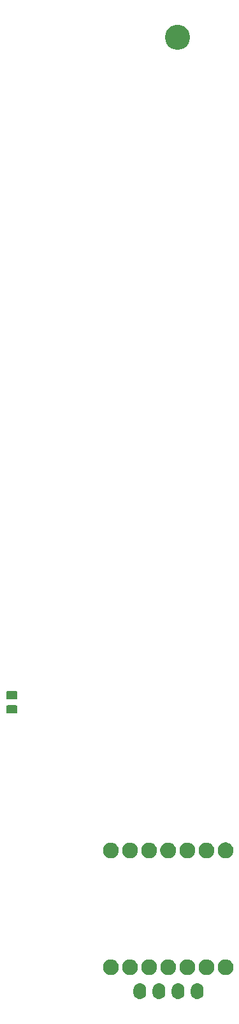
<source format=gbr>
G04 #@! TF.GenerationSoftware,KiCad,Pcbnew,(5.1.2)-1*
G04 #@! TF.CreationDate,2022-09-26T02:33:09+09:00*
G04 #@! TF.ProjectId,gopher_pilot_xiao,676f7068-6572-45f7-9069-6c6f745f7869,rev?*
G04 #@! TF.SameCoordinates,Original*
G04 #@! TF.FileFunction,Soldermask,Bot*
G04 #@! TF.FilePolarity,Negative*
%FSLAX46Y46*%
G04 Gerber Fmt 4.6, Leading zero omitted, Abs format (unit mm)*
G04 Created by KiCad (PCBNEW (5.1.2)-1) date 2022-09-26 02:33:09*
%MOMM*%
%LPD*%
G04 APERTURE LIST*
%ADD10C,0.100000*%
G04 APERTURE END LIST*
D10*
G36*
X119496822Y-169341313D02*
G01*
X119657241Y-169389976D01*
X119805077Y-169468995D01*
X119934659Y-169575341D01*
X120041004Y-169704922D01*
X120041005Y-169704924D01*
X120120024Y-169852758D01*
X120168687Y-170013177D01*
X120181000Y-170138196D01*
X120181000Y-170621803D01*
X120168687Y-170746822D01*
X120120024Y-170907242D01*
X120049114Y-171039906D01*
X120041004Y-171055078D01*
X119934659Y-171184659D01*
X119805078Y-171291004D01*
X119805076Y-171291005D01*
X119657242Y-171370024D01*
X119496823Y-171418687D01*
X119330000Y-171435117D01*
X119163178Y-171418687D01*
X119002759Y-171370024D01*
X118854925Y-171291005D01*
X118854923Y-171291004D01*
X118725342Y-171184659D01*
X118618996Y-171055078D01*
X118610886Y-171039906D01*
X118539976Y-170907242D01*
X118491313Y-170746823D01*
X118479000Y-170621804D01*
X118479000Y-170138197D01*
X118491313Y-170013178D01*
X118539976Y-169852759D01*
X118618995Y-169704923D01*
X118725341Y-169575341D01*
X118854922Y-169468996D01*
X118870094Y-169460886D01*
X119002758Y-169389976D01*
X119163177Y-169341313D01*
X119330000Y-169324883D01*
X119496822Y-169341313D01*
X119496822Y-169341313D01*
G37*
G36*
X122036822Y-169341313D02*
G01*
X122197241Y-169389976D01*
X122345077Y-169468995D01*
X122474659Y-169575341D01*
X122581004Y-169704922D01*
X122581005Y-169704924D01*
X122660024Y-169852758D01*
X122708687Y-170013177D01*
X122721000Y-170138196D01*
X122721000Y-170621803D01*
X122708687Y-170746822D01*
X122660024Y-170907242D01*
X122589114Y-171039906D01*
X122581004Y-171055078D01*
X122474659Y-171184659D01*
X122345078Y-171291004D01*
X122345076Y-171291005D01*
X122197242Y-171370024D01*
X122036823Y-171418687D01*
X121870000Y-171435117D01*
X121703178Y-171418687D01*
X121542759Y-171370024D01*
X121394925Y-171291005D01*
X121394923Y-171291004D01*
X121265342Y-171184659D01*
X121158996Y-171055078D01*
X121150886Y-171039906D01*
X121079976Y-170907242D01*
X121031313Y-170746823D01*
X121019000Y-170621804D01*
X121019000Y-170138197D01*
X121031313Y-170013178D01*
X121079976Y-169852759D01*
X121158995Y-169704923D01*
X121265341Y-169575341D01*
X121394922Y-169468996D01*
X121410094Y-169460886D01*
X121542758Y-169389976D01*
X121703177Y-169341313D01*
X121870000Y-169324883D01*
X122036822Y-169341313D01*
X122036822Y-169341313D01*
G37*
G36*
X114416822Y-169341313D02*
G01*
X114577241Y-169389976D01*
X114725077Y-169468995D01*
X114854659Y-169575341D01*
X114961004Y-169704922D01*
X114961005Y-169704924D01*
X115040024Y-169852758D01*
X115088687Y-170013177D01*
X115101000Y-170138196D01*
X115101000Y-170621803D01*
X115088687Y-170746822D01*
X115040024Y-170907242D01*
X114969114Y-171039906D01*
X114961004Y-171055078D01*
X114854659Y-171184659D01*
X114725078Y-171291004D01*
X114725076Y-171291005D01*
X114577242Y-171370024D01*
X114416823Y-171418687D01*
X114250000Y-171435117D01*
X114083178Y-171418687D01*
X113922759Y-171370024D01*
X113774925Y-171291005D01*
X113774923Y-171291004D01*
X113645342Y-171184659D01*
X113538996Y-171055078D01*
X113530886Y-171039906D01*
X113459976Y-170907242D01*
X113411313Y-170746823D01*
X113399000Y-170621804D01*
X113399000Y-170138197D01*
X113411313Y-170013178D01*
X113459976Y-169852759D01*
X113538995Y-169704923D01*
X113645341Y-169575341D01*
X113774922Y-169468996D01*
X113790094Y-169460886D01*
X113922758Y-169389976D01*
X114083177Y-169341313D01*
X114250000Y-169324883D01*
X114416822Y-169341313D01*
X114416822Y-169341313D01*
G37*
G36*
X116956822Y-169341313D02*
G01*
X117117241Y-169389976D01*
X117265077Y-169468995D01*
X117394659Y-169575341D01*
X117501004Y-169704922D01*
X117501005Y-169704924D01*
X117580024Y-169852758D01*
X117628687Y-170013177D01*
X117641000Y-170138196D01*
X117641000Y-170621803D01*
X117628687Y-170746822D01*
X117580024Y-170907242D01*
X117509114Y-171039906D01*
X117501004Y-171055078D01*
X117394659Y-171184659D01*
X117265078Y-171291004D01*
X117265076Y-171291005D01*
X117117242Y-171370024D01*
X116956823Y-171418687D01*
X116790000Y-171435117D01*
X116623178Y-171418687D01*
X116462759Y-171370024D01*
X116314925Y-171291005D01*
X116314923Y-171291004D01*
X116185342Y-171184659D01*
X116078996Y-171055078D01*
X116070886Y-171039906D01*
X115999976Y-170907242D01*
X115951313Y-170746823D01*
X115939000Y-170621804D01*
X115939000Y-170138197D01*
X115951313Y-170013178D01*
X115999976Y-169852759D01*
X116078995Y-169704923D01*
X116185341Y-169575341D01*
X116314922Y-169468996D01*
X116330094Y-169460886D01*
X116462758Y-169389976D01*
X116623177Y-169341313D01*
X116790000Y-169324883D01*
X116956822Y-169341313D01*
X116956822Y-169341313D01*
G37*
G36*
X125933765Y-166178620D02*
G01*
X126099144Y-166247122D01*
X126123288Y-166257123D01*
X126293854Y-166371092D01*
X126438908Y-166516146D01*
X126552877Y-166686712D01*
X126631380Y-166876235D01*
X126671400Y-167077431D01*
X126671400Y-167282569D01*
X126631380Y-167483765D01*
X126552877Y-167673288D01*
X126438908Y-167843854D01*
X126293854Y-167988908D01*
X126123288Y-168102877D01*
X126123287Y-168102878D01*
X126123286Y-168102878D01*
X125933765Y-168181380D01*
X125732570Y-168221400D01*
X125527430Y-168221400D01*
X125326235Y-168181380D01*
X125136714Y-168102878D01*
X125136713Y-168102878D01*
X125136712Y-168102877D01*
X124966146Y-167988908D01*
X124821092Y-167843854D01*
X124707123Y-167673288D01*
X124628620Y-167483765D01*
X124588600Y-167282569D01*
X124588600Y-167077431D01*
X124628620Y-166876235D01*
X124707123Y-166686712D01*
X124821092Y-166516146D01*
X124966146Y-166371092D01*
X125136712Y-166257123D01*
X125160857Y-166247122D01*
X125326235Y-166178620D01*
X125527430Y-166138600D01*
X125732570Y-166138600D01*
X125933765Y-166178620D01*
X125933765Y-166178620D01*
G37*
G36*
X110693765Y-166178620D02*
G01*
X110859144Y-166247122D01*
X110883288Y-166257123D01*
X111053854Y-166371092D01*
X111198908Y-166516146D01*
X111312877Y-166686712D01*
X111391380Y-166876235D01*
X111431400Y-167077431D01*
X111431400Y-167282569D01*
X111391380Y-167483765D01*
X111312877Y-167673288D01*
X111198908Y-167843854D01*
X111053854Y-167988908D01*
X110883288Y-168102877D01*
X110883287Y-168102878D01*
X110883286Y-168102878D01*
X110693765Y-168181380D01*
X110492570Y-168221400D01*
X110287430Y-168221400D01*
X110086235Y-168181380D01*
X109896714Y-168102878D01*
X109896713Y-168102878D01*
X109896712Y-168102877D01*
X109726146Y-167988908D01*
X109581092Y-167843854D01*
X109467123Y-167673288D01*
X109388620Y-167483765D01*
X109348600Y-167282569D01*
X109348600Y-167077431D01*
X109388620Y-166876235D01*
X109467123Y-166686712D01*
X109581092Y-166516146D01*
X109726146Y-166371092D01*
X109896712Y-166257123D01*
X109920857Y-166247122D01*
X110086235Y-166178620D01*
X110287430Y-166138600D01*
X110492570Y-166138600D01*
X110693765Y-166178620D01*
X110693765Y-166178620D01*
G37*
G36*
X113233765Y-166178620D02*
G01*
X113399144Y-166247122D01*
X113423288Y-166257123D01*
X113593854Y-166371092D01*
X113738908Y-166516146D01*
X113852877Y-166686712D01*
X113931380Y-166876235D01*
X113971400Y-167077431D01*
X113971400Y-167282569D01*
X113931380Y-167483765D01*
X113852877Y-167673288D01*
X113738908Y-167843854D01*
X113593854Y-167988908D01*
X113423288Y-168102877D01*
X113423287Y-168102878D01*
X113423286Y-168102878D01*
X113233765Y-168181380D01*
X113032570Y-168221400D01*
X112827430Y-168221400D01*
X112626235Y-168181380D01*
X112436714Y-168102878D01*
X112436713Y-168102878D01*
X112436712Y-168102877D01*
X112266146Y-167988908D01*
X112121092Y-167843854D01*
X112007123Y-167673288D01*
X111928620Y-167483765D01*
X111888600Y-167282569D01*
X111888600Y-167077431D01*
X111928620Y-166876235D01*
X112007123Y-166686712D01*
X112121092Y-166516146D01*
X112266146Y-166371092D01*
X112436712Y-166257123D01*
X112460857Y-166247122D01*
X112626235Y-166178620D01*
X112827430Y-166138600D01*
X113032570Y-166138600D01*
X113233765Y-166178620D01*
X113233765Y-166178620D01*
G37*
G36*
X120863765Y-166178620D02*
G01*
X121029144Y-166247122D01*
X121053288Y-166257123D01*
X121223854Y-166371092D01*
X121368908Y-166516146D01*
X121482877Y-166686712D01*
X121561380Y-166876235D01*
X121601400Y-167077431D01*
X121601400Y-167282569D01*
X121561380Y-167483765D01*
X121482877Y-167673288D01*
X121368908Y-167843854D01*
X121223854Y-167988908D01*
X121053288Y-168102877D01*
X121053287Y-168102878D01*
X121053286Y-168102878D01*
X120863765Y-168181380D01*
X120662570Y-168221400D01*
X120457430Y-168221400D01*
X120256235Y-168181380D01*
X120066714Y-168102878D01*
X120066713Y-168102878D01*
X120066712Y-168102877D01*
X119896146Y-167988908D01*
X119751092Y-167843854D01*
X119637123Y-167673288D01*
X119558620Y-167483765D01*
X119518600Y-167282569D01*
X119518600Y-167077431D01*
X119558620Y-166876235D01*
X119637123Y-166686712D01*
X119751092Y-166516146D01*
X119896146Y-166371092D01*
X120066712Y-166257123D01*
X120090857Y-166247122D01*
X120256235Y-166178620D01*
X120457430Y-166138600D01*
X120662570Y-166138600D01*
X120863765Y-166178620D01*
X120863765Y-166178620D01*
G37*
G36*
X123403765Y-166178620D02*
G01*
X123569144Y-166247122D01*
X123593288Y-166257123D01*
X123763854Y-166371092D01*
X123908908Y-166516146D01*
X124022877Y-166686712D01*
X124101380Y-166876235D01*
X124141400Y-167077431D01*
X124141400Y-167282569D01*
X124101380Y-167483765D01*
X124022877Y-167673288D01*
X123908908Y-167843854D01*
X123763854Y-167988908D01*
X123593288Y-168102877D01*
X123593287Y-168102878D01*
X123593286Y-168102878D01*
X123403765Y-168181380D01*
X123202570Y-168221400D01*
X122997430Y-168221400D01*
X122796235Y-168181380D01*
X122606714Y-168102878D01*
X122606713Y-168102878D01*
X122606712Y-168102877D01*
X122436146Y-167988908D01*
X122291092Y-167843854D01*
X122177123Y-167673288D01*
X122098620Y-167483765D01*
X122058600Y-167282569D01*
X122058600Y-167077431D01*
X122098620Y-166876235D01*
X122177123Y-166686712D01*
X122291092Y-166516146D01*
X122436146Y-166371092D01*
X122606712Y-166257123D01*
X122630857Y-166247122D01*
X122796235Y-166178620D01*
X122997430Y-166138600D01*
X123202570Y-166138600D01*
X123403765Y-166178620D01*
X123403765Y-166178620D01*
G37*
G36*
X118313765Y-166168620D02*
G01*
X118503288Y-166247123D01*
X118673854Y-166361092D01*
X118818908Y-166506146D01*
X118932877Y-166676712D01*
X119011380Y-166866235D01*
X119051400Y-167067431D01*
X119051400Y-167272569D01*
X119011380Y-167473765D01*
X118932877Y-167663288D01*
X118818908Y-167833854D01*
X118673854Y-167978908D01*
X118503288Y-168092877D01*
X118503287Y-168092878D01*
X118503286Y-168092878D01*
X118313765Y-168171380D01*
X118112570Y-168211400D01*
X117907430Y-168211400D01*
X117706235Y-168171380D01*
X117516714Y-168092878D01*
X117516713Y-168092878D01*
X117516712Y-168092877D01*
X117346146Y-167978908D01*
X117201092Y-167833854D01*
X117087123Y-167663288D01*
X117008620Y-167473765D01*
X116968600Y-167272569D01*
X116968600Y-167067431D01*
X117008620Y-166866235D01*
X117087123Y-166676712D01*
X117201092Y-166506146D01*
X117346146Y-166361092D01*
X117516712Y-166247123D01*
X117706235Y-166168620D01*
X117907430Y-166128600D01*
X118112570Y-166128600D01*
X118313765Y-166168620D01*
X118313765Y-166168620D01*
G37*
G36*
X115783765Y-166168620D02*
G01*
X115973288Y-166247123D01*
X116143854Y-166361092D01*
X116288908Y-166506146D01*
X116402877Y-166676712D01*
X116481380Y-166866235D01*
X116521400Y-167067431D01*
X116521400Y-167272569D01*
X116481380Y-167473765D01*
X116402877Y-167663288D01*
X116288908Y-167833854D01*
X116143854Y-167978908D01*
X115973288Y-168092877D01*
X115973287Y-168092878D01*
X115973286Y-168092878D01*
X115783765Y-168171380D01*
X115582570Y-168211400D01*
X115377430Y-168211400D01*
X115176235Y-168171380D01*
X114986714Y-168092878D01*
X114986713Y-168092878D01*
X114986712Y-168092877D01*
X114816146Y-167978908D01*
X114671092Y-167833854D01*
X114557123Y-167663288D01*
X114478620Y-167473765D01*
X114438600Y-167272569D01*
X114438600Y-167067431D01*
X114478620Y-166866235D01*
X114557123Y-166676712D01*
X114671092Y-166506146D01*
X114816146Y-166361092D01*
X114986712Y-166247123D01*
X115176235Y-166168620D01*
X115377430Y-166128600D01*
X115582570Y-166128600D01*
X115783765Y-166168620D01*
X115783765Y-166168620D01*
G37*
G36*
X115773765Y-150678620D02*
G01*
X115939144Y-150747122D01*
X115963288Y-150757123D01*
X116133854Y-150871092D01*
X116278908Y-151016146D01*
X116392877Y-151186712D01*
X116471380Y-151376235D01*
X116511400Y-151577431D01*
X116511400Y-151782569D01*
X116471380Y-151983765D01*
X116392877Y-152173288D01*
X116278908Y-152343854D01*
X116133854Y-152488908D01*
X115963288Y-152602877D01*
X115963287Y-152602878D01*
X115963286Y-152602878D01*
X115773765Y-152681380D01*
X115572570Y-152721400D01*
X115367430Y-152721400D01*
X115166235Y-152681380D01*
X114976714Y-152602878D01*
X114976713Y-152602878D01*
X114976712Y-152602877D01*
X114806146Y-152488908D01*
X114661092Y-152343854D01*
X114547123Y-152173288D01*
X114468620Y-151983765D01*
X114428600Y-151782569D01*
X114428600Y-151577431D01*
X114468620Y-151376235D01*
X114547123Y-151186712D01*
X114661092Y-151016146D01*
X114806146Y-150871092D01*
X114976712Y-150757123D01*
X115000857Y-150747122D01*
X115166235Y-150678620D01*
X115367430Y-150638600D01*
X115572570Y-150638600D01*
X115773765Y-150678620D01*
X115773765Y-150678620D01*
G37*
G36*
X123393765Y-150678620D02*
G01*
X123559144Y-150747122D01*
X123583288Y-150757123D01*
X123753854Y-150871092D01*
X123898908Y-151016146D01*
X124012877Y-151186712D01*
X124091380Y-151376235D01*
X124131400Y-151577431D01*
X124131400Y-151782569D01*
X124091380Y-151983765D01*
X124012877Y-152173288D01*
X123898908Y-152343854D01*
X123753854Y-152488908D01*
X123583288Y-152602877D01*
X123583287Y-152602878D01*
X123583286Y-152602878D01*
X123393765Y-152681380D01*
X123192570Y-152721400D01*
X122987430Y-152721400D01*
X122786235Y-152681380D01*
X122596714Y-152602878D01*
X122596713Y-152602878D01*
X122596712Y-152602877D01*
X122426146Y-152488908D01*
X122281092Y-152343854D01*
X122167123Y-152173288D01*
X122088620Y-151983765D01*
X122048600Y-151782569D01*
X122048600Y-151577431D01*
X122088620Y-151376235D01*
X122167123Y-151186712D01*
X122281092Y-151016146D01*
X122426146Y-150871092D01*
X122596712Y-150757123D01*
X122620857Y-150747122D01*
X122786235Y-150678620D01*
X122987430Y-150638600D01*
X123192570Y-150638600D01*
X123393765Y-150678620D01*
X123393765Y-150678620D01*
G37*
G36*
X120863765Y-150678620D02*
G01*
X121029144Y-150747122D01*
X121053288Y-150757123D01*
X121223854Y-150871092D01*
X121368908Y-151016146D01*
X121482877Y-151186712D01*
X121561380Y-151376235D01*
X121601400Y-151577431D01*
X121601400Y-151782569D01*
X121561380Y-151983765D01*
X121482877Y-152173288D01*
X121368908Y-152343854D01*
X121223854Y-152488908D01*
X121053288Y-152602877D01*
X121053287Y-152602878D01*
X121053286Y-152602878D01*
X120863765Y-152681380D01*
X120662570Y-152721400D01*
X120457430Y-152721400D01*
X120256235Y-152681380D01*
X120066714Y-152602878D01*
X120066713Y-152602878D01*
X120066712Y-152602877D01*
X119896146Y-152488908D01*
X119751092Y-152343854D01*
X119637123Y-152173288D01*
X119558620Y-151983765D01*
X119518600Y-151782569D01*
X119518600Y-151577431D01*
X119558620Y-151376235D01*
X119637123Y-151186712D01*
X119751092Y-151016146D01*
X119896146Y-150871092D01*
X120066712Y-150757123D01*
X120090857Y-150747122D01*
X120256235Y-150678620D01*
X120457430Y-150638600D01*
X120662570Y-150638600D01*
X120863765Y-150678620D01*
X120863765Y-150678620D01*
G37*
G36*
X118303765Y-150678620D02*
G01*
X118469144Y-150747122D01*
X118493288Y-150757123D01*
X118663854Y-150871092D01*
X118808908Y-151016146D01*
X118922877Y-151186712D01*
X119001380Y-151376235D01*
X119041400Y-151577431D01*
X119041400Y-151782569D01*
X119001380Y-151983765D01*
X118922877Y-152173288D01*
X118808908Y-152343854D01*
X118663854Y-152488908D01*
X118493288Y-152602877D01*
X118493287Y-152602878D01*
X118493286Y-152602878D01*
X118303765Y-152681380D01*
X118102570Y-152721400D01*
X117897430Y-152721400D01*
X117696235Y-152681380D01*
X117506714Y-152602878D01*
X117506713Y-152602878D01*
X117506712Y-152602877D01*
X117336146Y-152488908D01*
X117191092Y-152343854D01*
X117077123Y-152173288D01*
X116998620Y-151983765D01*
X116958600Y-151782569D01*
X116958600Y-151577431D01*
X116998620Y-151376235D01*
X117077123Y-151186712D01*
X117191092Y-151016146D01*
X117336146Y-150871092D01*
X117506712Y-150757123D01*
X117530857Y-150747122D01*
X117696235Y-150678620D01*
X117897430Y-150638600D01*
X118102570Y-150638600D01*
X118303765Y-150678620D01*
X118303765Y-150678620D01*
G37*
G36*
X113243765Y-150678620D02*
G01*
X113409144Y-150747122D01*
X113433288Y-150757123D01*
X113603854Y-150871092D01*
X113748908Y-151016146D01*
X113862877Y-151186712D01*
X113941380Y-151376235D01*
X113981400Y-151577431D01*
X113981400Y-151782569D01*
X113941380Y-151983765D01*
X113862877Y-152173288D01*
X113748908Y-152343854D01*
X113603854Y-152488908D01*
X113433288Y-152602877D01*
X113433287Y-152602878D01*
X113433286Y-152602878D01*
X113243765Y-152681380D01*
X113042570Y-152721400D01*
X112837430Y-152721400D01*
X112636235Y-152681380D01*
X112446714Y-152602878D01*
X112446713Y-152602878D01*
X112446712Y-152602877D01*
X112276146Y-152488908D01*
X112131092Y-152343854D01*
X112017123Y-152173288D01*
X111938620Y-151983765D01*
X111898600Y-151782569D01*
X111898600Y-151577431D01*
X111938620Y-151376235D01*
X112017123Y-151186712D01*
X112131092Y-151016146D01*
X112276146Y-150871092D01*
X112446712Y-150757123D01*
X112470857Y-150747122D01*
X112636235Y-150678620D01*
X112837430Y-150638600D01*
X113042570Y-150638600D01*
X113243765Y-150678620D01*
X113243765Y-150678620D01*
G37*
G36*
X110693765Y-150678620D02*
G01*
X110859144Y-150747122D01*
X110883288Y-150757123D01*
X111053854Y-150871092D01*
X111198908Y-151016146D01*
X111312877Y-151186712D01*
X111391380Y-151376235D01*
X111431400Y-151577431D01*
X111431400Y-151782569D01*
X111391380Y-151983765D01*
X111312877Y-152173288D01*
X111198908Y-152343854D01*
X111053854Y-152488908D01*
X110883288Y-152602877D01*
X110883287Y-152602878D01*
X110883286Y-152602878D01*
X110693765Y-152681380D01*
X110492570Y-152721400D01*
X110287430Y-152721400D01*
X110086235Y-152681380D01*
X109896714Y-152602878D01*
X109896713Y-152602878D01*
X109896712Y-152602877D01*
X109726146Y-152488908D01*
X109581092Y-152343854D01*
X109467123Y-152173288D01*
X109388620Y-151983765D01*
X109348600Y-151782569D01*
X109348600Y-151577431D01*
X109388620Y-151376235D01*
X109467123Y-151186712D01*
X109581092Y-151016146D01*
X109726146Y-150871092D01*
X109896712Y-150757123D01*
X109920857Y-150747122D01*
X110086235Y-150678620D01*
X110287430Y-150638600D01*
X110492570Y-150638600D01*
X110693765Y-150678620D01*
X110693765Y-150678620D01*
G37*
G36*
X125933765Y-150668620D02*
G01*
X126123288Y-150747123D01*
X126293854Y-150861092D01*
X126438908Y-151006146D01*
X126552877Y-151176712D01*
X126631380Y-151366235D01*
X126671400Y-151567431D01*
X126671400Y-151772569D01*
X126631380Y-151973765D01*
X126552877Y-152163288D01*
X126438908Y-152333854D01*
X126293854Y-152478908D01*
X126123288Y-152592877D01*
X126123287Y-152592878D01*
X126123286Y-152592878D01*
X125933765Y-152671380D01*
X125732570Y-152711400D01*
X125527430Y-152711400D01*
X125326235Y-152671380D01*
X125136714Y-152592878D01*
X125136713Y-152592878D01*
X125136712Y-152592877D01*
X124966146Y-152478908D01*
X124821092Y-152333854D01*
X124707123Y-152163288D01*
X124628620Y-151973765D01*
X124588600Y-151772569D01*
X124588600Y-151567431D01*
X124628620Y-151366235D01*
X124707123Y-151176712D01*
X124821092Y-151006146D01*
X124966146Y-150861092D01*
X125136712Y-150747123D01*
X125326235Y-150668620D01*
X125527430Y-150628600D01*
X125732570Y-150628600D01*
X125933765Y-150668620D01*
X125933765Y-150668620D01*
G37*
G36*
X97815668Y-132430465D02*
G01*
X97854338Y-132442196D01*
X97889977Y-132461246D01*
X97921217Y-132486883D01*
X97946854Y-132518123D01*
X97965904Y-132553762D01*
X97977635Y-132592432D01*
X97982200Y-132638788D01*
X97982200Y-133290012D01*
X97977635Y-133336368D01*
X97965904Y-133375038D01*
X97946854Y-133410677D01*
X97921217Y-133441917D01*
X97889977Y-133467554D01*
X97854338Y-133486604D01*
X97815668Y-133498335D01*
X97769312Y-133502900D01*
X96693088Y-133502900D01*
X96646732Y-133498335D01*
X96608062Y-133486604D01*
X96572423Y-133467554D01*
X96541183Y-133441917D01*
X96515546Y-133410677D01*
X96496496Y-133375038D01*
X96484765Y-133336368D01*
X96480200Y-133290012D01*
X96480200Y-132638788D01*
X96484765Y-132592432D01*
X96496496Y-132553762D01*
X96515546Y-132518123D01*
X96541183Y-132486883D01*
X96572423Y-132461246D01*
X96608062Y-132442196D01*
X96646732Y-132430465D01*
X96693088Y-132425900D01*
X97769312Y-132425900D01*
X97815668Y-132430465D01*
X97815668Y-132430465D01*
G37*
G36*
X97815668Y-130555465D02*
G01*
X97854338Y-130567196D01*
X97889977Y-130586246D01*
X97921217Y-130611883D01*
X97946854Y-130643123D01*
X97965904Y-130678762D01*
X97977635Y-130717432D01*
X97982200Y-130763788D01*
X97982200Y-131415012D01*
X97977635Y-131461368D01*
X97965904Y-131500038D01*
X97946854Y-131535677D01*
X97921217Y-131566917D01*
X97889977Y-131592554D01*
X97854338Y-131611604D01*
X97815668Y-131623335D01*
X97769312Y-131627900D01*
X96693088Y-131627900D01*
X96646732Y-131623335D01*
X96608062Y-131611604D01*
X96572423Y-131592554D01*
X96541183Y-131566917D01*
X96515546Y-131535677D01*
X96496496Y-131500038D01*
X96484765Y-131461368D01*
X96480200Y-131415012D01*
X96480200Y-130763788D01*
X96484765Y-130717432D01*
X96496496Y-130678762D01*
X96515546Y-130643123D01*
X96541183Y-130611883D01*
X96572423Y-130586246D01*
X96608062Y-130567196D01*
X96646732Y-130555465D01*
X96693088Y-130550900D01*
X97769312Y-130550900D01*
X97815668Y-130555465D01*
X97815668Y-130555465D01*
G37*
G36*
X119623176Y-42170738D02*
G01*
X119729499Y-42191887D01*
X120029962Y-42316343D01*
X120300371Y-42497025D01*
X120530335Y-42726989D01*
X120711017Y-42997398D01*
X120835473Y-43297861D01*
X120898920Y-43616831D01*
X120898920Y-43942049D01*
X120835473Y-44261019D01*
X120711017Y-44561482D01*
X120530335Y-44831891D01*
X120300371Y-45061855D01*
X120029962Y-45242537D01*
X119729499Y-45366993D01*
X119623176Y-45388142D01*
X119410531Y-45430440D01*
X119085309Y-45430440D01*
X118872664Y-45388142D01*
X118766341Y-45366993D01*
X118465878Y-45242537D01*
X118195469Y-45061855D01*
X117965505Y-44831891D01*
X117784823Y-44561482D01*
X117660367Y-44261019D01*
X117596920Y-43942049D01*
X117596920Y-43616831D01*
X117660367Y-43297861D01*
X117784823Y-42997398D01*
X117965505Y-42726989D01*
X118195469Y-42497025D01*
X118465878Y-42316343D01*
X118766341Y-42191887D01*
X118872664Y-42170738D01*
X119085309Y-42128440D01*
X119410531Y-42128440D01*
X119623176Y-42170738D01*
X119623176Y-42170738D01*
G37*
M02*

</source>
